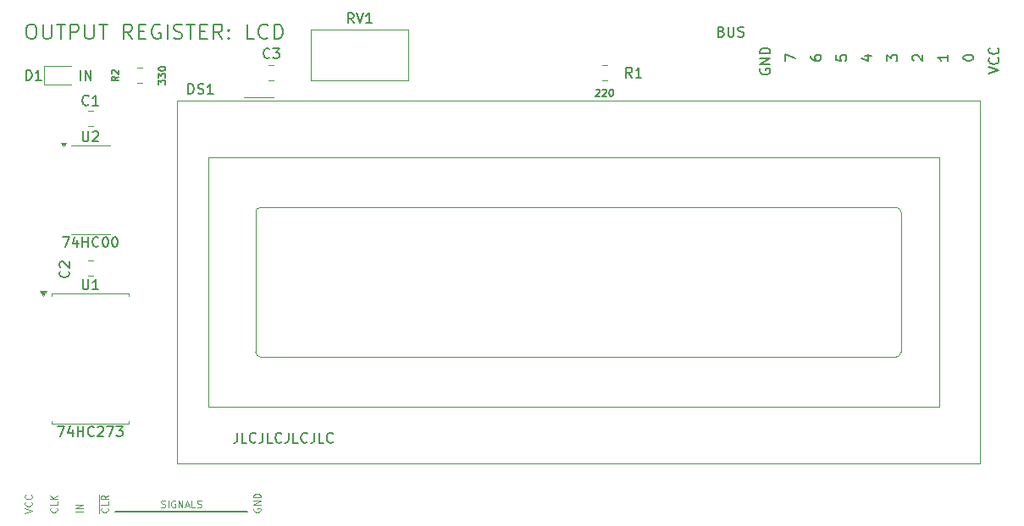
<source format=gbr>
%TF.GenerationSoftware,KiCad,Pcbnew,8.0.2*%
%TF.CreationDate,2025-01-05T21:37:03+01:00*%
%TF.ProjectId,lcd_display,6c63645f-6469-4737-906c-61792e6b6963,rev?*%
%TF.SameCoordinates,Original*%
%TF.FileFunction,Legend,Top*%
%TF.FilePolarity,Positive*%
%FSLAX46Y46*%
G04 Gerber Fmt 4.6, Leading zero omitted, Abs format (unit mm)*
G04 Created by KiCad (PCBNEW 8.0.2) date 2025-01-05 21:37:03*
%MOMM*%
%LPD*%
G01*
G04 APERTURE LIST*
%ADD10C,0.150000*%
%ADD11C,0.200000*%
%ADD12C,0.100000*%
%ADD13C,0.120000*%
G04 APERTURE END LIST*
D10*
X33974000Y-70866000D02*
X47182000Y-70866000D01*
X98500438Y-26514398D02*
X98452819Y-26609636D01*
X98452819Y-26609636D02*
X98452819Y-26752493D01*
X98452819Y-26752493D02*
X98500438Y-26895350D01*
X98500438Y-26895350D02*
X98595676Y-26990588D01*
X98595676Y-26990588D02*
X98690914Y-27038207D01*
X98690914Y-27038207D02*
X98881390Y-27085826D01*
X98881390Y-27085826D02*
X99024247Y-27085826D01*
X99024247Y-27085826D02*
X99214723Y-27038207D01*
X99214723Y-27038207D02*
X99309961Y-26990588D01*
X99309961Y-26990588D02*
X99405200Y-26895350D01*
X99405200Y-26895350D02*
X99452819Y-26752493D01*
X99452819Y-26752493D02*
X99452819Y-26657255D01*
X99452819Y-26657255D02*
X99405200Y-26514398D01*
X99405200Y-26514398D02*
X99357580Y-26466779D01*
X99357580Y-26466779D02*
X99024247Y-26466779D01*
X99024247Y-26466779D02*
X99024247Y-26657255D01*
X99452819Y-26038207D02*
X98452819Y-26038207D01*
X98452819Y-26038207D02*
X99452819Y-25466779D01*
X99452819Y-25466779D02*
X98452819Y-25466779D01*
X99452819Y-24990588D02*
X98452819Y-24990588D01*
X98452819Y-24990588D02*
X98452819Y-24752493D01*
X98452819Y-24752493D02*
X98500438Y-24609636D01*
X98500438Y-24609636D02*
X98595676Y-24514398D01*
X98595676Y-24514398D02*
X98690914Y-24466779D01*
X98690914Y-24466779D02*
X98881390Y-24419160D01*
X98881390Y-24419160D02*
X99024247Y-24419160D01*
X99024247Y-24419160D02*
X99214723Y-24466779D01*
X99214723Y-24466779D02*
X99309961Y-24514398D01*
X99309961Y-24514398D02*
X99405200Y-24609636D01*
X99405200Y-24609636D02*
X99452819Y-24752493D01*
X99452819Y-24752493D02*
X99452819Y-24990588D01*
D11*
X25477435Y-22043528D02*
X25763149Y-22043528D01*
X25763149Y-22043528D02*
X25906006Y-22114957D01*
X25906006Y-22114957D02*
X26048863Y-22257814D01*
X26048863Y-22257814D02*
X26120292Y-22543528D01*
X26120292Y-22543528D02*
X26120292Y-23043528D01*
X26120292Y-23043528D02*
X26048863Y-23329242D01*
X26048863Y-23329242D02*
X25906006Y-23472100D01*
X25906006Y-23472100D02*
X25763149Y-23543528D01*
X25763149Y-23543528D02*
X25477435Y-23543528D01*
X25477435Y-23543528D02*
X25334578Y-23472100D01*
X25334578Y-23472100D02*
X25191720Y-23329242D01*
X25191720Y-23329242D02*
X25120292Y-23043528D01*
X25120292Y-23043528D02*
X25120292Y-22543528D01*
X25120292Y-22543528D02*
X25191720Y-22257814D01*
X25191720Y-22257814D02*
X25334578Y-22114957D01*
X25334578Y-22114957D02*
X25477435Y-22043528D01*
X26763149Y-22043528D02*
X26763149Y-23257814D01*
X26763149Y-23257814D02*
X26834578Y-23400671D01*
X26834578Y-23400671D02*
X26906007Y-23472100D01*
X26906007Y-23472100D02*
X27048864Y-23543528D01*
X27048864Y-23543528D02*
X27334578Y-23543528D01*
X27334578Y-23543528D02*
X27477435Y-23472100D01*
X27477435Y-23472100D02*
X27548864Y-23400671D01*
X27548864Y-23400671D02*
X27620292Y-23257814D01*
X27620292Y-23257814D02*
X27620292Y-22043528D01*
X28120293Y-22043528D02*
X28977436Y-22043528D01*
X28548864Y-23543528D02*
X28548864Y-22043528D01*
X29477435Y-23543528D02*
X29477435Y-22043528D01*
X29477435Y-22043528D02*
X30048864Y-22043528D01*
X30048864Y-22043528D02*
X30191721Y-22114957D01*
X30191721Y-22114957D02*
X30263150Y-22186385D01*
X30263150Y-22186385D02*
X30334578Y-22329242D01*
X30334578Y-22329242D02*
X30334578Y-22543528D01*
X30334578Y-22543528D02*
X30263150Y-22686385D01*
X30263150Y-22686385D02*
X30191721Y-22757814D01*
X30191721Y-22757814D02*
X30048864Y-22829242D01*
X30048864Y-22829242D02*
X29477435Y-22829242D01*
X30977435Y-22043528D02*
X30977435Y-23257814D01*
X30977435Y-23257814D02*
X31048864Y-23400671D01*
X31048864Y-23400671D02*
X31120293Y-23472100D01*
X31120293Y-23472100D02*
X31263150Y-23543528D01*
X31263150Y-23543528D02*
X31548864Y-23543528D01*
X31548864Y-23543528D02*
X31691721Y-23472100D01*
X31691721Y-23472100D02*
X31763150Y-23400671D01*
X31763150Y-23400671D02*
X31834578Y-23257814D01*
X31834578Y-23257814D02*
X31834578Y-22043528D01*
X32334579Y-22043528D02*
X33191722Y-22043528D01*
X32763150Y-23543528D02*
X32763150Y-22043528D01*
X35691721Y-23543528D02*
X35191721Y-22829242D01*
X34834578Y-23543528D02*
X34834578Y-22043528D01*
X34834578Y-22043528D02*
X35406007Y-22043528D01*
X35406007Y-22043528D02*
X35548864Y-22114957D01*
X35548864Y-22114957D02*
X35620293Y-22186385D01*
X35620293Y-22186385D02*
X35691721Y-22329242D01*
X35691721Y-22329242D02*
X35691721Y-22543528D01*
X35691721Y-22543528D02*
X35620293Y-22686385D01*
X35620293Y-22686385D02*
X35548864Y-22757814D01*
X35548864Y-22757814D02*
X35406007Y-22829242D01*
X35406007Y-22829242D02*
X34834578Y-22829242D01*
X36334578Y-22757814D02*
X36834578Y-22757814D01*
X37048864Y-23543528D02*
X36334578Y-23543528D01*
X36334578Y-23543528D02*
X36334578Y-22043528D01*
X36334578Y-22043528D02*
X37048864Y-22043528D01*
X38477436Y-22114957D02*
X38334579Y-22043528D01*
X38334579Y-22043528D02*
X38120293Y-22043528D01*
X38120293Y-22043528D02*
X37906007Y-22114957D01*
X37906007Y-22114957D02*
X37763150Y-22257814D01*
X37763150Y-22257814D02*
X37691721Y-22400671D01*
X37691721Y-22400671D02*
X37620293Y-22686385D01*
X37620293Y-22686385D02*
X37620293Y-22900671D01*
X37620293Y-22900671D02*
X37691721Y-23186385D01*
X37691721Y-23186385D02*
X37763150Y-23329242D01*
X37763150Y-23329242D02*
X37906007Y-23472100D01*
X37906007Y-23472100D02*
X38120293Y-23543528D01*
X38120293Y-23543528D02*
X38263150Y-23543528D01*
X38263150Y-23543528D02*
X38477436Y-23472100D01*
X38477436Y-23472100D02*
X38548864Y-23400671D01*
X38548864Y-23400671D02*
X38548864Y-22900671D01*
X38548864Y-22900671D02*
X38263150Y-22900671D01*
X39191721Y-23543528D02*
X39191721Y-22043528D01*
X39834579Y-23472100D02*
X40048865Y-23543528D01*
X40048865Y-23543528D02*
X40406007Y-23543528D01*
X40406007Y-23543528D02*
X40548865Y-23472100D01*
X40548865Y-23472100D02*
X40620293Y-23400671D01*
X40620293Y-23400671D02*
X40691722Y-23257814D01*
X40691722Y-23257814D02*
X40691722Y-23114957D01*
X40691722Y-23114957D02*
X40620293Y-22972100D01*
X40620293Y-22972100D02*
X40548865Y-22900671D01*
X40548865Y-22900671D02*
X40406007Y-22829242D01*
X40406007Y-22829242D02*
X40120293Y-22757814D01*
X40120293Y-22757814D02*
X39977436Y-22686385D01*
X39977436Y-22686385D02*
X39906007Y-22614957D01*
X39906007Y-22614957D02*
X39834579Y-22472100D01*
X39834579Y-22472100D02*
X39834579Y-22329242D01*
X39834579Y-22329242D02*
X39906007Y-22186385D01*
X39906007Y-22186385D02*
X39977436Y-22114957D01*
X39977436Y-22114957D02*
X40120293Y-22043528D01*
X40120293Y-22043528D02*
X40477436Y-22043528D01*
X40477436Y-22043528D02*
X40691722Y-22114957D01*
X41120293Y-22043528D02*
X41977436Y-22043528D01*
X41548864Y-23543528D02*
X41548864Y-22043528D01*
X42477435Y-22757814D02*
X42977435Y-22757814D01*
X43191721Y-23543528D02*
X42477435Y-23543528D01*
X42477435Y-23543528D02*
X42477435Y-22043528D01*
X42477435Y-22043528D02*
X43191721Y-22043528D01*
X44691721Y-23543528D02*
X44191721Y-22829242D01*
X43834578Y-23543528D02*
X43834578Y-22043528D01*
X43834578Y-22043528D02*
X44406007Y-22043528D01*
X44406007Y-22043528D02*
X44548864Y-22114957D01*
X44548864Y-22114957D02*
X44620293Y-22186385D01*
X44620293Y-22186385D02*
X44691721Y-22329242D01*
X44691721Y-22329242D02*
X44691721Y-22543528D01*
X44691721Y-22543528D02*
X44620293Y-22686385D01*
X44620293Y-22686385D02*
X44548864Y-22757814D01*
X44548864Y-22757814D02*
X44406007Y-22829242D01*
X44406007Y-22829242D02*
X43834578Y-22829242D01*
X45334578Y-23400671D02*
X45406007Y-23472100D01*
X45406007Y-23472100D02*
X45334578Y-23543528D01*
X45334578Y-23543528D02*
X45263150Y-23472100D01*
X45263150Y-23472100D02*
X45334578Y-23400671D01*
X45334578Y-23400671D02*
X45334578Y-23543528D01*
X45334578Y-22614957D02*
X45406007Y-22686385D01*
X45406007Y-22686385D02*
X45334578Y-22757814D01*
X45334578Y-22757814D02*
X45263150Y-22686385D01*
X45263150Y-22686385D02*
X45334578Y-22614957D01*
X45334578Y-22614957D02*
X45334578Y-22757814D01*
X47906007Y-23543528D02*
X47191721Y-23543528D01*
X47191721Y-23543528D02*
X47191721Y-22043528D01*
X49263150Y-23400671D02*
X49191722Y-23472100D01*
X49191722Y-23472100D02*
X48977436Y-23543528D01*
X48977436Y-23543528D02*
X48834579Y-23543528D01*
X48834579Y-23543528D02*
X48620293Y-23472100D01*
X48620293Y-23472100D02*
X48477436Y-23329242D01*
X48477436Y-23329242D02*
X48406007Y-23186385D01*
X48406007Y-23186385D02*
X48334579Y-22900671D01*
X48334579Y-22900671D02*
X48334579Y-22686385D01*
X48334579Y-22686385D02*
X48406007Y-22400671D01*
X48406007Y-22400671D02*
X48477436Y-22257814D01*
X48477436Y-22257814D02*
X48620293Y-22114957D01*
X48620293Y-22114957D02*
X48834579Y-22043528D01*
X48834579Y-22043528D02*
X48977436Y-22043528D01*
X48977436Y-22043528D02*
X49191722Y-22114957D01*
X49191722Y-22114957D02*
X49263150Y-22186385D01*
X49906007Y-23543528D02*
X49906007Y-22043528D01*
X49906007Y-22043528D02*
X50263150Y-22043528D01*
X50263150Y-22043528D02*
X50477436Y-22114957D01*
X50477436Y-22114957D02*
X50620293Y-22257814D01*
X50620293Y-22257814D02*
X50691722Y-22400671D01*
X50691722Y-22400671D02*
X50763150Y-22686385D01*
X50763150Y-22686385D02*
X50763150Y-22900671D01*
X50763150Y-22900671D02*
X50691722Y-23186385D01*
X50691722Y-23186385D02*
X50620293Y-23329242D01*
X50620293Y-23329242D02*
X50477436Y-23472100D01*
X50477436Y-23472100D02*
X50263150Y-23543528D01*
X50263150Y-23543528D02*
X49906007Y-23543528D01*
D10*
X111152819Y-25733332D02*
X111152819Y-25114285D01*
X111152819Y-25114285D02*
X111533771Y-25447618D01*
X111533771Y-25447618D02*
X111533771Y-25304761D01*
X111533771Y-25304761D02*
X111581390Y-25209523D01*
X111581390Y-25209523D02*
X111629009Y-25161904D01*
X111629009Y-25161904D02*
X111724247Y-25114285D01*
X111724247Y-25114285D02*
X111962342Y-25114285D01*
X111962342Y-25114285D02*
X112057580Y-25161904D01*
X112057580Y-25161904D02*
X112105200Y-25209523D01*
X112105200Y-25209523D02*
X112152819Y-25304761D01*
X112152819Y-25304761D02*
X112152819Y-25590475D01*
X112152819Y-25590475D02*
X112105200Y-25685713D01*
X112105200Y-25685713D02*
X112057580Y-25733332D01*
D12*
X47849966Y-70520877D02*
X47816633Y-70587544D01*
X47816633Y-70587544D02*
X47816633Y-70687544D01*
X47816633Y-70687544D02*
X47849966Y-70787544D01*
X47849966Y-70787544D02*
X47916633Y-70854211D01*
X47916633Y-70854211D02*
X47983300Y-70887544D01*
X47983300Y-70887544D02*
X48116633Y-70920877D01*
X48116633Y-70920877D02*
X48216633Y-70920877D01*
X48216633Y-70920877D02*
X48349966Y-70887544D01*
X48349966Y-70887544D02*
X48416633Y-70854211D01*
X48416633Y-70854211D02*
X48483300Y-70787544D01*
X48483300Y-70787544D02*
X48516633Y-70687544D01*
X48516633Y-70687544D02*
X48516633Y-70620877D01*
X48516633Y-70620877D02*
X48483300Y-70520877D01*
X48483300Y-70520877D02*
X48449966Y-70487544D01*
X48449966Y-70487544D02*
X48216633Y-70487544D01*
X48216633Y-70487544D02*
X48216633Y-70620877D01*
X48516633Y-70187544D02*
X47816633Y-70187544D01*
X47816633Y-70187544D02*
X48516633Y-69787544D01*
X48516633Y-69787544D02*
X47816633Y-69787544D01*
X48516633Y-69454211D02*
X47816633Y-69454211D01*
X47816633Y-69454211D02*
X47816633Y-69287544D01*
X47816633Y-69287544D02*
X47849966Y-69187544D01*
X47849966Y-69187544D02*
X47916633Y-69120878D01*
X47916633Y-69120878D02*
X47983300Y-69087544D01*
X47983300Y-69087544D02*
X48116633Y-69054211D01*
X48116633Y-69054211D02*
X48216633Y-69054211D01*
X48216633Y-69054211D02*
X48349966Y-69087544D01*
X48349966Y-69087544D02*
X48416633Y-69120878D01*
X48416633Y-69120878D02*
X48483300Y-69187544D01*
X48483300Y-69187544D02*
X48516633Y-69287544D01*
X48516633Y-69287544D02*
X48516633Y-69454211D01*
D10*
X46180951Y-62954819D02*
X46180951Y-63669104D01*
X46180951Y-63669104D02*
X46133332Y-63811961D01*
X46133332Y-63811961D02*
X46038094Y-63907200D01*
X46038094Y-63907200D02*
X45895237Y-63954819D01*
X45895237Y-63954819D02*
X45799999Y-63954819D01*
X47133332Y-63954819D02*
X46657142Y-63954819D01*
X46657142Y-63954819D02*
X46657142Y-62954819D01*
X48038094Y-63859580D02*
X47990475Y-63907200D01*
X47990475Y-63907200D02*
X47847618Y-63954819D01*
X47847618Y-63954819D02*
X47752380Y-63954819D01*
X47752380Y-63954819D02*
X47609523Y-63907200D01*
X47609523Y-63907200D02*
X47514285Y-63811961D01*
X47514285Y-63811961D02*
X47466666Y-63716723D01*
X47466666Y-63716723D02*
X47419047Y-63526247D01*
X47419047Y-63526247D02*
X47419047Y-63383390D01*
X47419047Y-63383390D02*
X47466666Y-63192914D01*
X47466666Y-63192914D02*
X47514285Y-63097676D01*
X47514285Y-63097676D02*
X47609523Y-63002438D01*
X47609523Y-63002438D02*
X47752380Y-62954819D01*
X47752380Y-62954819D02*
X47847618Y-62954819D01*
X47847618Y-62954819D02*
X47990475Y-63002438D01*
X47990475Y-63002438D02*
X48038094Y-63050057D01*
X48752380Y-62954819D02*
X48752380Y-63669104D01*
X48752380Y-63669104D02*
X48704761Y-63811961D01*
X48704761Y-63811961D02*
X48609523Y-63907200D01*
X48609523Y-63907200D02*
X48466666Y-63954819D01*
X48466666Y-63954819D02*
X48371428Y-63954819D01*
X49704761Y-63954819D02*
X49228571Y-63954819D01*
X49228571Y-63954819D02*
X49228571Y-62954819D01*
X50609523Y-63859580D02*
X50561904Y-63907200D01*
X50561904Y-63907200D02*
X50419047Y-63954819D01*
X50419047Y-63954819D02*
X50323809Y-63954819D01*
X50323809Y-63954819D02*
X50180952Y-63907200D01*
X50180952Y-63907200D02*
X50085714Y-63811961D01*
X50085714Y-63811961D02*
X50038095Y-63716723D01*
X50038095Y-63716723D02*
X49990476Y-63526247D01*
X49990476Y-63526247D02*
X49990476Y-63383390D01*
X49990476Y-63383390D02*
X50038095Y-63192914D01*
X50038095Y-63192914D02*
X50085714Y-63097676D01*
X50085714Y-63097676D02*
X50180952Y-63002438D01*
X50180952Y-63002438D02*
X50323809Y-62954819D01*
X50323809Y-62954819D02*
X50419047Y-62954819D01*
X50419047Y-62954819D02*
X50561904Y-63002438D01*
X50561904Y-63002438D02*
X50609523Y-63050057D01*
X51323809Y-62954819D02*
X51323809Y-63669104D01*
X51323809Y-63669104D02*
X51276190Y-63811961D01*
X51276190Y-63811961D02*
X51180952Y-63907200D01*
X51180952Y-63907200D02*
X51038095Y-63954819D01*
X51038095Y-63954819D02*
X50942857Y-63954819D01*
X52276190Y-63954819D02*
X51800000Y-63954819D01*
X51800000Y-63954819D02*
X51800000Y-62954819D01*
X53180952Y-63859580D02*
X53133333Y-63907200D01*
X53133333Y-63907200D02*
X52990476Y-63954819D01*
X52990476Y-63954819D02*
X52895238Y-63954819D01*
X52895238Y-63954819D02*
X52752381Y-63907200D01*
X52752381Y-63907200D02*
X52657143Y-63811961D01*
X52657143Y-63811961D02*
X52609524Y-63716723D01*
X52609524Y-63716723D02*
X52561905Y-63526247D01*
X52561905Y-63526247D02*
X52561905Y-63383390D01*
X52561905Y-63383390D02*
X52609524Y-63192914D01*
X52609524Y-63192914D02*
X52657143Y-63097676D01*
X52657143Y-63097676D02*
X52752381Y-63002438D01*
X52752381Y-63002438D02*
X52895238Y-62954819D01*
X52895238Y-62954819D02*
X52990476Y-62954819D01*
X52990476Y-62954819D02*
X53133333Y-63002438D01*
X53133333Y-63002438D02*
X53180952Y-63050057D01*
X53895238Y-62954819D02*
X53895238Y-63669104D01*
X53895238Y-63669104D02*
X53847619Y-63811961D01*
X53847619Y-63811961D02*
X53752381Y-63907200D01*
X53752381Y-63907200D02*
X53609524Y-63954819D01*
X53609524Y-63954819D02*
X53514286Y-63954819D01*
X54847619Y-63954819D02*
X54371429Y-63954819D01*
X54371429Y-63954819D02*
X54371429Y-62954819D01*
X55752381Y-63859580D02*
X55704762Y-63907200D01*
X55704762Y-63907200D02*
X55561905Y-63954819D01*
X55561905Y-63954819D02*
X55466667Y-63954819D01*
X55466667Y-63954819D02*
X55323810Y-63907200D01*
X55323810Y-63907200D02*
X55228572Y-63811961D01*
X55228572Y-63811961D02*
X55180953Y-63716723D01*
X55180953Y-63716723D02*
X55133334Y-63526247D01*
X55133334Y-63526247D02*
X55133334Y-63383390D01*
X55133334Y-63383390D02*
X55180953Y-63192914D01*
X55180953Y-63192914D02*
X55228572Y-63097676D01*
X55228572Y-63097676D02*
X55323810Y-63002438D01*
X55323810Y-63002438D02*
X55466667Y-62954819D01*
X55466667Y-62954819D02*
X55561905Y-62954819D01*
X55561905Y-62954819D02*
X55704762Y-63002438D01*
X55704762Y-63002438D02*
X55752381Y-63050057D01*
X103532819Y-25209523D02*
X103532819Y-25399999D01*
X103532819Y-25399999D02*
X103580438Y-25495237D01*
X103580438Y-25495237D02*
X103628057Y-25542856D01*
X103628057Y-25542856D02*
X103770914Y-25638094D01*
X103770914Y-25638094D02*
X103961390Y-25685713D01*
X103961390Y-25685713D02*
X104342342Y-25685713D01*
X104342342Y-25685713D02*
X104437580Y-25638094D01*
X104437580Y-25638094D02*
X104485200Y-25590475D01*
X104485200Y-25590475D02*
X104532819Y-25495237D01*
X104532819Y-25495237D02*
X104532819Y-25304761D01*
X104532819Y-25304761D02*
X104485200Y-25209523D01*
X104485200Y-25209523D02*
X104437580Y-25161904D01*
X104437580Y-25161904D02*
X104342342Y-25114285D01*
X104342342Y-25114285D02*
X104104247Y-25114285D01*
X104104247Y-25114285D02*
X104009009Y-25161904D01*
X104009009Y-25161904D02*
X103961390Y-25209523D01*
X103961390Y-25209523D02*
X103913771Y-25304761D01*
X103913771Y-25304761D02*
X103913771Y-25495237D01*
X103913771Y-25495237D02*
X103961390Y-25590475D01*
X103961390Y-25590475D02*
X104009009Y-25638094D01*
X104009009Y-25638094D02*
X104104247Y-25685713D01*
X106072819Y-25161904D02*
X106072819Y-25638094D01*
X106072819Y-25638094D02*
X106549009Y-25685713D01*
X106549009Y-25685713D02*
X106501390Y-25638094D01*
X106501390Y-25638094D02*
X106453771Y-25542856D01*
X106453771Y-25542856D02*
X106453771Y-25304761D01*
X106453771Y-25304761D02*
X106501390Y-25209523D01*
X106501390Y-25209523D02*
X106549009Y-25161904D01*
X106549009Y-25161904D02*
X106644247Y-25114285D01*
X106644247Y-25114285D02*
X106882342Y-25114285D01*
X106882342Y-25114285D02*
X106977580Y-25161904D01*
X106977580Y-25161904D02*
X107025200Y-25209523D01*
X107025200Y-25209523D02*
X107072819Y-25304761D01*
X107072819Y-25304761D02*
X107072819Y-25542856D01*
X107072819Y-25542856D02*
X107025200Y-25638094D01*
X107025200Y-25638094D02*
X106977580Y-25685713D01*
X117232819Y-25114285D02*
X117232819Y-25685713D01*
X117232819Y-25399999D02*
X116232819Y-25399999D01*
X116232819Y-25399999D02*
X116375676Y-25495237D01*
X116375676Y-25495237D02*
X116470914Y-25590475D01*
X116470914Y-25590475D02*
X116518533Y-25685713D01*
D12*
X33209966Y-70487544D02*
X33243300Y-70520877D01*
X33243300Y-70520877D02*
X33276633Y-70620877D01*
X33276633Y-70620877D02*
X33276633Y-70687544D01*
X33276633Y-70687544D02*
X33243300Y-70787544D01*
X33243300Y-70787544D02*
X33176633Y-70854211D01*
X33176633Y-70854211D02*
X33109966Y-70887544D01*
X33109966Y-70887544D02*
X32976633Y-70920877D01*
X32976633Y-70920877D02*
X32876633Y-70920877D01*
X32876633Y-70920877D02*
X32743300Y-70887544D01*
X32743300Y-70887544D02*
X32676633Y-70854211D01*
X32676633Y-70854211D02*
X32609966Y-70787544D01*
X32609966Y-70787544D02*
X32576633Y-70687544D01*
X32576633Y-70687544D02*
X32576633Y-70620877D01*
X32576633Y-70620877D02*
X32609966Y-70520877D01*
X32609966Y-70520877D02*
X32643300Y-70487544D01*
X33276633Y-69854211D02*
X33276633Y-70187544D01*
X33276633Y-70187544D02*
X32576633Y-70187544D01*
X33276633Y-69220877D02*
X32943300Y-69454210D01*
X33276633Y-69620877D02*
X32576633Y-69620877D01*
X32576633Y-69620877D02*
X32576633Y-69354210D01*
X32576633Y-69354210D02*
X32609966Y-69287544D01*
X32609966Y-69287544D02*
X32643300Y-69254210D01*
X32643300Y-69254210D02*
X32709966Y-69220877D01*
X32709966Y-69220877D02*
X32809966Y-69220877D01*
X32809966Y-69220877D02*
X32876633Y-69254210D01*
X32876633Y-69254210D02*
X32909966Y-69287544D01*
X32909966Y-69287544D02*
X32943300Y-69354210D01*
X32943300Y-69354210D02*
X32943300Y-69620877D01*
X32382300Y-70984211D02*
X32382300Y-69157544D01*
D10*
X108946152Y-25209523D02*
X109612819Y-25209523D01*
X108565200Y-25447618D02*
X109279485Y-25685713D01*
X109279485Y-25685713D02*
X109279485Y-25066666D01*
D12*
X24956633Y-70987544D02*
X25656633Y-70754211D01*
X25656633Y-70754211D02*
X24956633Y-70520877D01*
X25589966Y-69887544D02*
X25623300Y-69920877D01*
X25623300Y-69920877D02*
X25656633Y-70020877D01*
X25656633Y-70020877D02*
X25656633Y-70087544D01*
X25656633Y-70087544D02*
X25623300Y-70187544D01*
X25623300Y-70187544D02*
X25556633Y-70254211D01*
X25556633Y-70254211D02*
X25489966Y-70287544D01*
X25489966Y-70287544D02*
X25356633Y-70320877D01*
X25356633Y-70320877D02*
X25256633Y-70320877D01*
X25256633Y-70320877D02*
X25123300Y-70287544D01*
X25123300Y-70287544D02*
X25056633Y-70254211D01*
X25056633Y-70254211D02*
X24989966Y-70187544D01*
X24989966Y-70187544D02*
X24956633Y-70087544D01*
X24956633Y-70087544D02*
X24956633Y-70020877D01*
X24956633Y-70020877D02*
X24989966Y-69920877D01*
X24989966Y-69920877D02*
X25023300Y-69887544D01*
X25589966Y-69187544D02*
X25623300Y-69220877D01*
X25623300Y-69220877D02*
X25656633Y-69320877D01*
X25656633Y-69320877D02*
X25656633Y-69387544D01*
X25656633Y-69387544D02*
X25623300Y-69487544D01*
X25623300Y-69487544D02*
X25556633Y-69554211D01*
X25556633Y-69554211D02*
X25489966Y-69587544D01*
X25489966Y-69587544D02*
X25356633Y-69620877D01*
X25356633Y-69620877D02*
X25256633Y-69620877D01*
X25256633Y-69620877D02*
X25123300Y-69587544D01*
X25123300Y-69587544D02*
X25056633Y-69554211D01*
X25056633Y-69554211D02*
X24989966Y-69487544D01*
X24989966Y-69487544D02*
X24956633Y-69387544D01*
X24956633Y-69387544D02*
X24956633Y-69320877D01*
X24956633Y-69320877D02*
X24989966Y-69220877D01*
X24989966Y-69220877D02*
X25023300Y-69187544D01*
D10*
X121312819Y-26990588D02*
X122312819Y-26657255D01*
X122312819Y-26657255D02*
X121312819Y-26323922D01*
X122217580Y-25419160D02*
X122265200Y-25466779D01*
X122265200Y-25466779D02*
X122312819Y-25609636D01*
X122312819Y-25609636D02*
X122312819Y-25704874D01*
X122312819Y-25704874D02*
X122265200Y-25847731D01*
X122265200Y-25847731D02*
X122169961Y-25942969D01*
X122169961Y-25942969D02*
X122074723Y-25990588D01*
X122074723Y-25990588D02*
X121884247Y-26038207D01*
X121884247Y-26038207D02*
X121741390Y-26038207D01*
X121741390Y-26038207D02*
X121550914Y-25990588D01*
X121550914Y-25990588D02*
X121455676Y-25942969D01*
X121455676Y-25942969D02*
X121360438Y-25847731D01*
X121360438Y-25847731D02*
X121312819Y-25704874D01*
X121312819Y-25704874D02*
X121312819Y-25609636D01*
X121312819Y-25609636D02*
X121360438Y-25466779D01*
X121360438Y-25466779D02*
X121408057Y-25419160D01*
X122217580Y-24419160D02*
X122265200Y-24466779D01*
X122265200Y-24466779D02*
X122312819Y-24609636D01*
X122312819Y-24609636D02*
X122312819Y-24704874D01*
X122312819Y-24704874D02*
X122265200Y-24847731D01*
X122265200Y-24847731D02*
X122169961Y-24942969D01*
X122169961Y-24942969D02*
X122074723Y-24990588D01*
X122074723Y-24990588D02*
X121884247Y-25038207D01*
X121884247Y-25038207D02*
X121741390Y-25038207D01*
X121741390Y-25038207D02*
X121550914Y-24990588D01*
X121550914Y-24990588D02*
X121455676Y-24942969D01*
X121455676Y-24942969D02*
X121360438Y-24847731D01*
X121360438Y-24847731D02*
X121312819Y-24704874D01*
X121312819Y-24704874D02*
X121312819Y-24609636D01*
X121312819Y-24609636D02*
X121360438Y-24466779D01*
X121360438Y-24466779D02*
X121408057Y-24419160D01*
X100992819Y-25733332D02*
X100992819Y-25066666D01*
X100992819Y-25066666D02*
X101992819Y-25495237D01*
D12*
X30736633Y-70887544D02*
X30036633Y-70887544D01*
X30736633Y-70554211D02*
X30036633Y-70554211D01*
X30036633Y-70554211D02*
X30736633Y-70154211D01*
X30736633Y-70154211D02*
X30036633Y-70154211D01*
D10*
X118772819Y-25447618D02*
X118772819Y-25352380D01*
X118772819Y-25352380D02*
X118820438Y-25257142D01*
X118820438Y-25257142D02*
X118868057Y-25209523D01*
X118868057Y-25209523D02*
X118963295Y-25161904D01*
X118963295Y-25161904D02*
X119153771Y-25114285D01*
X119153771Y-25114285D02*
X119391866Y-25114285D01*
X119391866Y-25114285D02*
X119582342Y-25161904D01*
X119582342Y-25161904D02*
X119677580Y-25209523D01*
X119677580Y-25209523D02*
X119725200Y-25257142D01*
X119725200Y-25257142D02*
X119772819Y-25352380D01*
X119772819Y-25352380D02*
X119772819Y-25447618D01*
X119772819Y-25447618D02*
X119725200Y-25542856D01*
X119725200Y-25542856D02*
X119677580Y-25590475D01*
X119677580Y-25590475D02*
X119582342Y-25638094D01*
X119582342Y-25638094D02*
X119391866Y-25685713D01*
X119391866Y-25685713D02*
X119153771Y-25685713D01*
X119153771Y-25685713D02*
X118963295Y-25638094D01*
X118963295Y-25638094D02*
X118868057Y-25590475D01*
X118868057Y-25590475D02*
X118820438Y-25542856D01*
X118820438Y-25542856D02*
X118772819Y-25447618D01*
X113788057Y-25685713D02*
X113740438Y-25638094D01*
X113740438Y-25638094D02*
X113692819Y-25542856D01*
X113692819Y-25542856D02*
X113692819Y-25304761D01*
X113692819Y-25304761D02*
X113740438Y-25209523D01*
X113740438Y-25209523D02*
X113788057Y-25161904D01*
X113788057Y-25161904D02*
X113883295Y-25114285D01*
X113883295Y-25114285D02*
X113978533Y-25114285D01*
X113978533Y-25114285D02*
X114121390Y-25161904D01*
X114121390Y-25161904D02*
X114692819Y-25733332D01*
X114692819Y-25733332D02*
X114692819Y-25114285D01*
D12*
X28129966Y-70487544D02*
X28163300Y-70520877D01*
X28163300Y-70520877D02*
X28196633Y-70620877D01*
X28196633Y-70620877D02*
X28196633Y-70687544D01*
X28196633Y-70687544D02*
X28163300Y-70787544D01*
X28163300Y-70787544D02*
X28096633Y-70854211D01*
X28096633Y-70854211D02*
X28029966Y-70887544D01*
X28029966Y-70887544D02*
X27896633Y-70920877D01*
X27896633Y-70920877D02*
X27796633Y-70920877D01*
X27796633Y-70920877D02*
X27663300Y-70887544D01*
X27663300Y-70887544D02*
X27596633Y-70854211D01*
X27596633Y-70854211D02*
X27529966Y-70787544D01*
X27529966Y-70787544D02*
X27496633Y-70687544D01*
X27496633Y-70687544D02*
X27496633Y-70620877D01*
X27496633Y-70620877D02*
X27529966Y-70520877D01*
X27529966Y-70520877D02*
X27563300Y-70487544D01*
X28196633Y-69854211D02*
X28196633Y-70187544D01*
X28196633Y-70187544D02*
X27496633Y-70187544D01*
X28196633Y-69620877D02*
X27496633Y-69620877D01*
X28196633Y-69220877D02*
X27796633Y-69520877D01*
X27496633Y-69220877D02*
X27896633Y-69620877D01*
X38578000Y-70389300D02*
X38678000Y-70422633D01*
X38678000Y-70422633D02*
X38844667Y-70422633D01*
X38844667Y-70422633D02*
X38911333Y-70389300D01*
X38911333Y-70389300D02*
X38944667Y-70355966D01*
X38944667Y-70355966D02*
X38978000Y-70289300D01*
X38978000Y-70289300D02*
X38978000Y-70222633D01*
X38978000Y-70222633D02*
X38944667Y-70155966D01*
X38944667Y-70155966D02*
X38911333Y-70122633D01*
X38911333Y-70122633D02*
X38844667Y-70089300D01*
X38844667Y-70089300D02*
X38711333Y-70055966D01*
X38711333Y-70055966D02*
X38644667Y-70022633D01*
X38644667Y-70022633D02*
X38611333Y-69989300D01*
X38611333Y-69989300D02*
X38578000Y-69922633D01*
X38578000Y-69922633D02*
X38578000Y-69855966D01*
X38578000Y-69855966D02*
X38611333Y-69789300D01*
X38611333Y-69789300D02*
X38644667Y-69755966D01*
X38644667Y-69755966D02*
X38711333Y-69722633D01*
X38711333Y-69722633D02*
X38878000Y-69722633D01*
X38878000Y-69722633D02*
X38978000Y-69755966D01*
X39278000Y-70422633D02*
X39278000Y-69722633D01*
X39978000Y-69755966D02*
X39911333Y-69722633D01*
X39911333Y-69722633D02*
X39811333Y-69722633D01*
X39811333Y-69722633D02*
X39711333Y-69755966D01*
X39711333Y-69755966D02*
X39644667Y-69822633D01*
X39644667Y-69822633D02*
X39611333Y-69889300D01*
X39611333Y-69889300D02*
X39578000Y-70022633D01*
X39578000Y-70022633D02*
X39578000Y-70122633D01*
X39578000Y-70122633D02*
X39611333Y-70255966D01*
X39611333Y-70255966D02*
X39644667Y-70322633D01*
X39644667Y-70322633D02*
X39711333Y-70389300D01*
X39711333Y-70389300D02*
X39811333Y-70422633D01*
X39811333Y-70422633D02*
X39878000Y-70422633D01*
X39878000Y-70422633D02*
X39978000Y-70389300D01*
X39978000Y-70389300D02*
X40011333Y-70355966D01*
X40011333Y-70355966D02*
X40011333Y-70122633D01*
X40011333Y-70122633D02*
X39878000Y-70122633D01*
X40311333Y-70422633D02*
X40311333Y-69722633D01*
X40311333Y-69722633D02*
X40711333Y-70422633D01*
X40711333Y-70422633D02*
X40711333Y-69722633D01*
X41011333Y-70222633D02*
X41344666Y-70222633D01*
X40944666Y-70422633D02*
X41178000Y-69722633D01*
X41178000Y-69722633D02*
X41411333Y-70422633D01*
X41978000Y-70422633D02*
X41644666Y-70422633D01*
X41644666Y-70422633D02*
X41644666Y-69722633D01*
X42178000Y-70389300D02*
X42278000Y-70422633D01*
X42278000Y-70422633D02*
X42444667Y-70422633D01*
X42444667Y-70422633D02*
X42511333Y-70389300D01*
X42511333Y-70389300D02*
X42544667Y-70355966D01*
X42544667Y-70355966D02*
X42578000Y-70289300D01*
X42578000Y-70289300D02*
X42578000Y-70222633D01*
X42578000Y-70222633D02*
X42544667Y-70155966D01*
X42544667Y-70155966D02*
X42511333Y-70122633D01*
X42511333Y-70122633D02*
X42444667Y-70089300D01*
X42444667Y-70089300D02*
X42311333Y-70055966D01*
X42311333Y-70055966D02*
X42244667Y-70022633D01*
X42244667Y-70022633D02*
X42211333Y-69989300D01*
X42211333Y-69989300D02*
X42178000Y-69922633D01*
X42178000Y-69922633D02*
X42178000Y-69855966D01*
X42178000Y-69855966D02*
X42211333Y-69789300D01*
X42211333Y-69789300D02*
X42244667Y-69755966D01*
X42244667Y-69755966D02*
X42311333Y-69722633D01*
X42311333Y-69722633D02*
X42478000Y-69722633D01*
X42478000Y-69722633D02*
X42578000Y-69755966D01*
D10*
X85638333Y-27378819D02*
X85305000Y-26902628D01*
X85066905Y-27378819D02*
X85066905Y-26378819D01*
X85066905Y-26378819D02*
X85447857Y-26378819D01*
X85447857Y-26378819D02*
X85543095Y-26426438D01*
X85543095Y-26426438D02*
X85590714Y-26474057D01*
X85590714Y-26474057D02*
X85638333Y-26569295D01*
X85638333Y-26569295D02*
X85638333Y-26712152D01*
X85638333Y-26712152D02*
X85590714Y-26807390D01*
X85590714Y-26807390D02*
X85543095Y-26855009D01*
X85543095Y-26855009D02*
X85447857Y-26902628D01*
X85447857Y-26902628D02*
X85066905Y-26902628D01*
X86590714Y-27378819D02*
X86019286Y-27378819D01*
X86305000Y-27378819D02*
X86305000Y-26378819D01*
X86305000Y-26378819D02*
X86209762Y-26521676D01*
X86209762Y-26521676D02*
X86114524Y-26616914D01*
X86114524Y-26616914D02*
X86019286Y-26664533D01*
X82040833Y-28638700D02*
X82074166Y-28605366D01*
X82074166Y-28605366D02*
X82140833Y-28572033D01*
X82140833Y-28572033D02*
X82307500Y-28572033D01*
X82307500Y-28572033D02*
X82374166Y-28605366D01*
X82374166Y-28605366D02*
X82407500Y-28638700D01*
X82407500Y-28638700D02*
X82440833Y-28705366D01*
X82440833Y-28705366D02*
X82440833Y-28772033D01*
X82440833Y-28772033D02*
X82407500Y-28872033D01*
X82407500Y-28872033D02*
X82007500Y-29272033D01*
X82007500Y-29272033D02*
X82440833Y-29272033D01*
X82707500Y-28638700D02*
X82740833Y-28605366D01*
X82740833Y-28605366D02*
X82807500Y-28572033D01*
X82807500Y-28572033D02*
X82974167Y-28572033D01*
X82974167Y-28572033D02*
X83040833Y-28605366D01*
X83040833Y-28605366D02*
X83074167Y-28638700D01*
X83074167Y-28638700D02*
X83107500Y-28705366D01*
X83107500Y-28705366D02*
X83107500Y-28772033D01*
X83107500Y-28772033D02*
X83074167Y-28872033D01*
X83074167Y-28872033D02*
X82674167Y-29272033D01*
X82674167Y-29272033D02*
X83107500Y-29272033D01*
X83540834Y-28572033D02*
X83607500Y-28572033D01*
X83607500Y-28572033D02*
X83674167Y-28605366D01*
X83674167Y-28605366D02*
X83707500Y-28638700D01*
X83707500Y-28638700D02*
X83740834Y-28705366D01*
X83740834Y-28705366D02*
X83774167Y-28838700D01*
X83774167Y-28838700D02*
X83774167Y-29005366D01*
X83774167Y-29005366D02*
X83740834Y-29138700D01*
X83740834Y-29138700D02*
X83707500Y-29205366D01*
X83707500Y-29205366D02*
X83674167Y-29238700D01*
X83674167Y-29238700D02*
X83607500Y-29272033D01*
X83607500Y-29272033D02*
X83540834Y-29272033D01*
X83540834Y-29272033D02*
X83474167Y-29238700D01*
X83474167Y-29238700D02*
X83440834Y-29205366D01*
X83440834Y-29205366D02*
X83407500Y-29138700D01*
X83407500Y-29138700D02*
X83374167Y-29005366D01*
X83374167Y-29005366D02*
X83374167Y-28838700D01*
X83374167Y-28838700D02*
X83407500Y-28705366D01*
X83407500Y-28705366D02*
X83440834Y-28638700D01*
X83440834Y-28638700D02*
X83474167Y-28605366D01*
X83474167Y-28605366D02*
X83540834Y-28572033D01*
X57824761Y-21940819D02*
X57491428Y-21464628D01*
X57253333Y-21940819D02*
X57253333Y-20940819D01*
X57253333Y-20940819D02*
X57634285Y-20940819D01*
X57634285Y-20940819D02*
X57729523Y-20988438D01*
X57729523Y-20988438D02*
X57777142Y-21036057D01*
X57777142Y-21036057D02*
X57824761Y-21131295D01*
X57824761Y-21131295D02*
X57824761Y-21274152D01*
X57824761Y-21274152D02*
X57777142Y-21369390D01*
X57777142Y-21369390D02*
X57729523Y-21417009D01*
X57729523Y-21417009D02*
X57634285Y-21464628D01*
X57634285Y-21464628D02*
X57253333Y-21464628D01*
X58110476Y-20940819D02*
X58443809Y-21940819D01*
X58443809Y-21940819D02*
X58777142Y-20940819D01*
X59634285Y-21940819D02*
X59062857Y-21940819D01*
X59348571Y-21940819D02*
X59348571Y-20940819D01*
X59348571Y-20940819D02*
X59253333Y-21083676D01*
X59253333Y-21083676D02*
X59158095Y-21178914D01*
X59158095Y-21178914D02*
X59062857Y-21226533D01*
X30734095Y-32782819D02*
X30734095Y-33592342D01*
X30734095Y-33592342D02*
X30781714Y-33687580D01*
X30781714Y-33687580D02*
X30829333Y-33735200D01*
X30829333Y-33735200D02*
X30924571Y-33782819D01*
X30924571Y-33782819D02*
X31115047Y-33782819D01*
X31115047Y-33782819D02*
X31210285Y-33735200D01*
X31210285Y-33735200D02*
X31257904Y-33687580D01*
X31257904Y-33687580D02*
X31305523Y-33592342D01*
X31305523Y-33592342D02*
X31305523Y-32782819D01*
X31734095Y-32878057D02*
X31781714Y-32830438D01*
X31781714Y-32830438D02*
X31876952Y-32782819D01*
X31876952Y-32782819D02*
X32115047Y-32782819D01*
X32115047Y-32782819D02*
X32210285Y-32830438D01*
X32210285Y-32830438D02*
X32257904Y-32878057D01*
X32257904Y-32878057D02*
X32305523Y-32973295D01*
X32305523Y-32973295D02*
X32305523Y-33068533D01*
X32305523Y-33068533D02*
X32257904Y-33211390D01*
X32257904Y-33211390D02*
X31686476Y-33782819D01*
X31686476Y-33782819D02*
X32305523Y-33782819D01*
X28710286Y-43342819D02*
X29376952Y-43342819D01*
X29376952Y-43342819D02*
X28948381Y-44342819D01*
X30186476Y-43676152D02*
X30186476Y-44342819D01*
X29948381Y-43295200D02*
X29710286Y-44009485D01*
X29710286Y-44009485D02*
X30329333Y-44009485D01*
X30710286Y-44342819D02*
X30710286Y-43342819D01*
X30710286Y-43819009D02*
X31281714Y-43819009D01*
X31281714Y-44342819D02*
X31281714Y-43342819D01*
X32329333Y-44247580D02*
X32281714Y-44295200D01*
X32281714Y-44295200D02*
X32138857Y-44342819D01*
X32138857Y-44342819D02*
X32043619Y-44342819D01*
X32043619Y-44342819D02*
X31900762Y-44295200D01*
X31900762Y-44295200D02*
X31805524Y-44199961D01*
X31805524Y-44199961D02*
X31757905Y-44104723D01*
X31757905Y-44104723D02*
X31710286Y-43914247D01*
X31710286Y-43914247D02*
X31710286Y-43771390D01*
X31710286Y-43771390D02*
X31757905Y-43580914D01*
X31757905Y-43580914D02*
X31805524Y-43485676D01*
X31805524Y-43485676D02*
X31900762Y-43390438D01*
X31900762Y-43390438D02*
X32043619Y-43342819D01*
X32043619Y-43342819D02*
X32138857Y-43342819D01*
X32138857Y-43342819D02*
X32281714Y-43390438D01*
X32281714Y-43390438D02*
X32329333Y-43438057D01*
X32948381Y-43342819D02*
X33043619Y-43342819D01*
X33043619Y-43342819D02*
X33138857Y-43390438D01*
X33138857Y-43390438D02*
X33186476Y-43438057D01*
X33186476Y-43438057D02*
X33234095Y-43533295D01*
X33234095Y-43533295D02*
X33281714Y-43723771D01*
X33281714Y-43723771D02*
X33281714Y-43961866D01*
X33281714Y-43961866D02*
X33234095Y-44152342D01*
X33234095Y-44152342D02*
X33186476Y-44247580D01*
X33186476Y-44247580D02*
X33138857Y-44295200D01*
X33138857Y-44295200D02*
X33043619Y-44342819D01*
X33043619Y-44342819D02*
X32948381Y-44342819D01*
X32948381Y-44342819D02*
X32853143Y-44295200D01*
X32853143Y-44295200D02*
X32805524Y-44247580D01*
X32805524Y-44247580D02*
X32757905Y-44152342D01*
X32757905Y-44152342D02*
X32710286Y-43961866D01*
X32710286Y-43961866D02*
X32710286Y-43723771D01*
X32710286Y-43723771D02*
X32757905Y-43533295D01*
X32757905Y-43533295D02*
X32805524Y-43438057D01*
X32805524Y-43438057D02*
X32853143Y-43390438D01*
X32853143Y-43390438D02*
X32948381Y-43342819D01*
X33900762Y-43342819D02*
X33996000Y-43342819D01*
X33996000Y-43342819D02*
X34091238Y-43390438D01*
X34091238Y-43390438D02*
X34138857Y-43438057D01*
X34138857Y-43438057D02*
X34186476Y-43533295D01*
X34186476Y-43533295D02*
X34234095Y-43723771D01*
X34234095Y-43723771D02*
X34234095Y-43961866D01*
X34234095Y-43961866D02*
X34186476Y-44152342D01*
X34186476Y-44152342D02*
X34138857Y-44247580D01*
X34138857Y-44247580D02*
X34091238Y-44295200D01*
X34091238Y-44295200D02*
X33996000Y-44342819D01*
X33996000Y-44342819D02*
X33900762Y-44342819D01*
X33900762Y-44342819D02*
X33805524Y-44295200D01*
X33805524Y-44295200D02*
X33757905Y-44247580D01*
X33757905Y-44247580D02*
X33710286Y-44152342D01*
X33710286Y-44152342D02*
X33662667Y-43961866D01*
X33662667Y-43961866D02*
X33662667Y-43723771D01*
X33662667Y-43723771D02*
X33710286Y-43533295D01*
X33710286Y-43533295D02*
X33757905Y-43438057D01*
X33757905Y-43438057D02*
X33805524Y-43390438D01*
X33805524Y-43390438D02*
X33900762Y-43342819D01*
X30734095Y-47603819D02*
X30734095Y-48413342D01*
X30734095Y-48413342D02*
X30781714Y-48508580D01*
X30781714Y-48508580D02*
X30829333Y-48556200D01*
X30829333Y-48556200D02*
X30924571Y-48603819D01*
X30924571Y-48603819D02*
X31115047Y-48603819D01*
X31115047Y-48603819D02*
X31210285Y-48556200D01*
X31210285Y-48556200D02*
X31257904Y-48508580D01*
X31257904Y-48508580D02*
X31305523Y-48413342D01*
X31305523Y-48413342D02*
X31305523Y-47603819D01*
X32305523Y-48603819D02*
X31734095Y-48603819D01*
X32019809Y-48603819D02*
X32019809Y-47603819D01*
X32019809Y-47603819D02*
X31924571Y-47746676D01*
X31924571Y-47746676D02*
X31829333Y-47841914D01*
X31829333Y-47841914D02*
X31734095Y-47889533D01*
X28234095Y-62303819D02*
X28900761Y-62303819D01*
X28900761Y-62303819D02*
X28472190Y-63303819D01*
X29710285Y-62637152D02*
X29710285Y-63303819D01*
X29472190Y-62256200D02*
X29234095Y-62970485D01*
X29234095Y-62970485D02*
X29853142Y-62970485D01*
X30234095Y-63303819D02*
X30234095Y-62303819D01*
X30234095Y-62780009D02*
X30805523Y-62780009D01*
X30805523Y-63303819D02*
X30805523Y-62303819D01*
X31853142Y-63208580D02*
X31805523Y-63256200D01*
X31805523Y-63256200D02*
X31662666Y-63303819D01*
X31662666Y-63303819D02*
X31567428Y-63303819D01*
X31567428Y-63303819D02*
X31424571Y-63256200D01*
X31424571Y-63256200D02*
X31329333Y-63160961D01*
X31329333Y-63160961D02*
X31281714Y-63065723D01*
X31281714Y-63065723D02*
X31234095Y-62875247D01*
X31234095Y-62875247D02*
X31234095Y-62732390D01*
X31234095Y-62732390D02*
X31281714Y-62541914D01*
X31281714Y-62541914D02*
X31329333Y-62446676D01*
X31329333Y-62446676D02*
X31424571Y-62351438D01*
X31424571Y-62351438D02*
X31567428Y-62303819D01*
X31567428Y-62303819D02*
X31662666Y-62303819D01*
X31662666Y-62303819D02*
X31805523Y-62351438D01*
X31805523Y-62351438D02*
X31853142Y-62399057D01*
X32234095Y-62399057D02*
X32281714Y-62351438D01*
X32281714Y-62351438D02*
X32376952Y-62303819D01*
X32376952Y-62303819D02*
X32615047Y-62303819D01*
X32615047Y-62303819D02*
X32710285Y-62351438D01*
X32710285Y-62351438D02*
X32757904Y-62399057D01*
X32757904Y-62399057D02*
X32805523Y-62494295D01*
X32805523Y-62494295D02*
X32805523Y-62589533D01*
X32805523Y-62589533D02*
X32757904Y-62732390D01*
X32757904Y-62732390D02*
X32186476Y-63303819D01*
X32186476Y-63303819D02*
X32805523Y-63303819D01*
X33138857Y-62303819D02*
X33805523Y-62303819D01*
X33805523Y-62303819D02*
X33376952Y-63303819D01*
X34091238Y-62303819D02*
X34710285Y-62303819D01*
X34710285Y-62303819D02*
X34376952Y-62684771D01*
X34376952Y-62684771D02*
X34519809Y-62684771D01*
X34519809Y-62684771D02*
X34615047Y-62732390D01*
X34615047Y-62732390D02*
X34662666Y-62780009D01*
X34662666Y-62780009D02*
X34710285Y-62875247D01*
X34710285Y-62875247D02*
X34710285Y-63113342D01*
X34710285Y-63113342D02*
X34662666Y-63208580D01*
X34662666Y-63208580D02*
X34615047Y-63256200D01*
X34615047Y-63256200D02*
X34519809Y-63303819D01*
X34519809Y-63303819D02*
X34234095Y-63303819D01*
X34234095Y-63303819D02*
X34138857Y-63256200D01*
X34138857Y-63256200D02*
X34091238Y-63208580D01*
X41290714Y-29029819D02*
X41290714Y-28029819D01*
X41290714Y-28029819D02*
X41528809Y-28029819D01*
X41528809Y-28029819D02*
X41671666Y-28077438D01*
X41671666Y-28077438D02*
X41766904Y-28172676D01*
X41766904Y-28172676D02*
X41814523Y-28267914D01*
X41814523Y-28267914D02*
X41862142Y-28458390D01*
X41862142Y-28458390D02*
X41862142Y-28601247D01*
X41862142Y-28601247D02*
X41814523Y-28791723D01*
X41814523Y-28791723D02*
X41766904Y-28886961D01*
X41766904Y-28886961D02*
X41671666Y-28982200D01*
X41671666Y-28982200D02*
X41528809Y-29029819D01*
X41528809Y-29029819D02*
X41290714Y-29029819D01*
X42243095Y-28982200D02*
X42385952Y-29029819D01*
X42385952Y-29029819D02*
X42624047Y-29029819D01*
X42624047Y-29029819D02*
X42719285Y-28982200D01*
X42719285Y-28982200D02*
X42766904Y-28934580D01*
X42766904Y-28934580D02*
X42814523Y-28839342D01*
X42814523Y-28839342D02*
X42814523Y-28744104D01*
X42814523Y-28744104D02*
X42766904Y-28648866D01*
X42766904Y-28648866D02*
X42719285Y-28601247D01*
X42719285Y-28601247D02*
X42624047Y-28553628D01*
X42624047Y-28553628D02*
X42433571Y-28506009D01*
X42433571Y-28506009D02*
X42338333Y-28458390D01*
X42338333Y-28458390D02*
X42290714Y-28410771D01*
X42290714Y-28410771D02*
X42243095Y-28315533D01*
X42243095Y-28315533D02*
X42243095Y-28220295D01*
X42243095Y-28220295D02*
X42290714Y-28125057D01*
X42290714Y-28125057D02*
X42338333Y-28077438D01*
X42338333Y-28077438D02*
X42433571Y-28029819D01*
X42433571Y-28029819D02*
X42671666Y-28029819D01*
X42671666Y-28029819D02*
X42814523Y-28077438D01*
X43766904Y-29029819D02*
X43195476Y-29029819D01*
X43481190Y-29029819D02*
X43481190Y-28029819D01*
X43481190Y-28029819D02*
X43385952Y-28172676D01*
X43385952Y-28172676D02*
X43290714Y-28267914D01*
X43290714Y-28267914D02*
X43195476Y-28315533D01*
X29315580Y-46775666D02*
X29363200Y-46823285D01*
X29363200Y-46823285D02*
X29410819Y-46966142D01*
X29410819Y-46966142D02*
X29410819Y-47061380D01*
X29410819Y-47061380D02*
X29363200Y-47204237D01*
X29363200Y-47204237D02*
X29267961Y-47299475D01*
X29267961Y-47299475D02*
X29172723Y-47347094D01*
X29172723Y-47347094D02*
X28982247Y-47394713D01*
X28982247Y-47394713D02*
X28839390Y-47394713D01*
X28839390Y-47394713D02*
X28648914Y-47347094D01*
X28648914Y-47347094D02*
X28553676Y-47299475D01*
X28553676Y-47299475D02*
X28458438Y-47204237D01*
X28458438Y-47204237D02*
X28410819Y-47061380D01*
X28410819Y-47061380D02*
X28410819Y-46966142D01*
X28410819Y-46966142D02*
X28458438Y-46823285D01*
X28458438Y-46823285D02*
X28506057Y-46775666D01*
X28506057Y-46394713D02*
X28458438Y-46347094D01*
X28458438Y-46347094D02*
X28410819Y-46251856D01*
X28410819Y-46251856D02*
X28410819Y-46013761D01*
X28410819Y-46013761D02*
X28458438Y-45918523D01*
X28458438Y-45918523D02*
X28506057Y-45870904D01*
X28506057Y-45870904D02*
X28601295Y-45823285D01*
X28601295Y-45823285D02*
X28696533Y-45823285D01*
X28696533Y-45823285D02*
X28839390Y-45870904D01*
X28839390Y-45870904D02*
X29410819Y-46442332D01*
X29410819Y-46442332D02*
X29410819Y-45823285D01*
X94588112Y-22791009D02*
X94730969Y-22838628D01*
X94730969Y-22838628D02*
X94778588Y-22886247D01*
X94778588Y-22886247D02*
X94826207Y-22981485D01*
X94826207Y-22981485D02*
X94826207Y-23124342D01*
X94826207Y-23124342D02*
X94778588Y-23219580D01*
X94778588Y-23219580D02*
X94730969Y-23267200D01*
X94730969Y-23267200D02*
X94635731Y-23314819D01*
X94635731Y-23314819D02*
X94254779Y-23314819D01*
X94254779Y-23314819D02*
X94254779Y-22314819D01*
X94254779Y-22314819D02*
X94588112Y-22314819D01*
X94588112Y-22314819D02*
X94683350Y-22362438D01*
X94683350Y-22362438D02*
X94730969Y-22410057D01*
X94730969Y-22410057D02*
X94778588Y-22505295D01*
X94778588Y-22505295D02*
X94778588Y-22600533D01*
X94778588Y-22600533D02*
X94730969Y-22695771D01*
X94730969Y-22695771D02*
X94683350Y-22743390D01*
X94683350Y-22743390D02*
X94588112Y-22791009D01*
X94588112Y-22791009D02*
X94254779Y-22791009D01*
X95254779Y-22314819D02*
X95254779Y-23124342D01*
X95254779Y-23124342D02*
X95302398Y-23219580D01*
X95302398Y-23219580D02*
X95350017Y-23267200D01*
X95350017Y-23267200D02*
X95445255Y-23314819D01*
X95445255Y-23314819D02*
X95635731Y-23314819D01*
X95635731Y-23314819D02*
X95730969Y-23267200D01*
X95730969Y-23267200D02*
X95778588Y-23219580D01*
X95778588Y-23219580D02*
X95826207Y-23124342D01*
X95826207Y-23124342D02*
X95826207Y-22314819D01*
X96254779Y-23267200D02*
X96397636Y-23314819D01*
X96397636Y-23314819D02*
X96635731Y-23314819D01*
X96635731Y-23314819D02*
X96730969Y-23267200D01*
X96730969Y-23267200D02*
X96778588Y-23219580D01*
X96778588Y-23219580D02*
X96826207Y-23124342D01*
X96826207Y-23124342D02*
X96826207Y-23029104D01*
X96826207Y-23029104D02*
X96778588Y-22933866D01*
X96778588Y-22933866D02*
X96730969Y-22886247D01*
X96730969Y-22886247D02*
X96635731Y-22838628D01*
X96635731Y-22838628D02*
X96445255Y-22791009D01*
X96445255Y-22791009D02*
X96350017Y-22743390D01*
X96350017Y-22743390D02*
X96302398Y-22695771D01*
X96302398Y-22695771D02*
X96254779Y-22600533D01*
X96254779Y-22600533D02*
X96254779Y-22505295D01*
X96254779Y-22505295D02*
X96302398Y-22410057D01*
X96302398Y-22410057D02*
X96350017Y-22362438D01*
X96350017Y-22362438D02*
X96445255Y-22314819D01*
X96445255Y-22314819D02*
X96683350Y-22314819D01*
X96683350Y-22314819D02*
X96826207Y-22362438D01*
X49429333Y-25378580D02*
X49381714Y-25426200D01*
X49381714Y-25426200D02*
X49238857Y-25473819D01*
X49238857Y-25473819D02*
X49143619Y-25473819D01*
X49143619Y-25473819D02*
X49000762Y-25426200D01*
X49000762Y-25426200D02*
X48905524Y-25330961D01*
X48905524Y-25330961D02*
X48857905Y-25235723D01*
X48857905Y-25235723D02*
X48810286Y-25045247D01*
X48810286Y-25045247D02*
X48810286Y-24902390D01*
X48810286Y-24902390D02*
X48857905Y-24711914D01*
X48857905Y-24711914D02*
X48905524Y-24616676D01*
X48905524Y-24616676D02*
X49000762Y-24521438D01*
X49000762Y-24521438D02*
X49143619Y-24473819D01*
X49143619Y-24473819D02*
X49238857Y-24473819D01*
X49238857Y-24473819D02*
X49381714Y-24521438D01*
X49381714Y-24521438D02*
X49429333Y-24569057D01*
X49762667Y-24473819D02*
X50381714Y-24473819D01*
X50381714Y-24473819D02*
X50048381Y-24854771D01*
X50048381Y-24854771D02*
X50191238Y-24854771D01*
X50191238Y-24854771D02*
X50286476Y-24902390D01*
X50286476Y-24902390D02*
X50334095Y-24950009D01*
X50334095Y-24950009D02*
X50381714Y-25045247D01*
X50381714Y-25045247D02*
X50381714Y-25283342D01*
X50381714Y-25283342D02*
X50334095Y-25378580D01*
X50334095Y-25378580D02*
X50286476Y-25426200D01*
X50286476Y-25426200D02*
X50191238Y-25473819D01*
X50191238Y-25473819D02*
X49905524Y-25473819D01*
X49905524Y-25473819D02*
X49810286Y-25426200D01*
X49810286Y-25426200D02*
X49762667Y-25378580D01*
X31329333Y-30077580D02*
X31281714Y-30125200D01*
X31281714Y-30125200D02*
X31138857Y-30172819D01*
X31138857Y-30172819D02*
X31043619Y-30172819D01*
X31043619Y-30172819D02*
X30900762Y-30125200D01*
X30900762Y-30125200D02*
X30805524Y-30029961D01*
X30805524Y-30029961D02*
X30757905Y-29934723D01*
X30757905Y-29934723D02*
X30710286Y-29744247D01*
X30710286Y-29744247D02*
X30710286Y-29601390D01*
X30710286Y-29601390D02*
X30757905Y-29410914D01*
X30757905Y-29410914D02*
X30805524Y-29315676D01*
X30805524Y-29315676D02*
X30900762Y-29220438D01*
X30900762Y-29220438D02*
X31043619Y-29172819D01*
X31043619Y-29172819D02*
X31138857Y-29172819D01*
X31138857Y-29172819D02*
X31281714Y-29220438D01*
X31281714Y-29220438D02*
X31329333Y-29268057D01*
X32281714Y-30172819D02*
X31710286Y-30172819D01*
X31996000Y-30172819D02*
X31996000Y-29172819D01*
X31996000Y-29172819D02*
X31900762Y-29315676D01*
X31900762Y-29315676D02*
X31805524Y-29410914D01*
X31805524Y-29410914D02*
X31710286Y-29458533D01*
X25075530Y-27632819D02*
X25075530Y-26632819D01*
X25075530Y-26632819D02*
X25313625Y-26632819D01*
X25313625Y-26632819D02*
X25456482Y-26680438D01*
X25456482Y-26680438D02*
X25551720Y-26775676D01*
X25551720Y-26775676D02*
X25599339Y-26870914D01*
X25599339Y-26870914D02*
X25646958Y-27061390D01*
X25646958Y-27061390D02*
X25646958Y-27204247D01*
X25646958Y-27204247D02*
X25599339Y-27394723D01*
X25599339Y-27394723D02*
X25551720Y-27489961D01*
X25551720Y-27489961D02*
X25456482Y-27585200D01*
X25456482Y-27585200D02*
X25313625Y-27632819D01*
X25313625Y-27632819D02*
X25075530Y-27632819D01*
X26599339Y-27632819D02*
X26027911Y-27632819D01*
X26313625Y-27632819D02*
X26313625Y-26632819D01*
X26313625Y-26632819D02*
X26218387Y-26775676D01*
X26218387Y-26775676D02*
X26123149Y-26870914D01*
X26123149Y-26870914D02*
X26027911Y-26918533D01*
X30511191Y-27632819D02*
X30511191Y-26632819D01*
X30987381Y-27632819D02*
X30987381Y-26632819D01*
X30987381Y-26632819D02*
X31558809Y-27632819D01*
X31558809Y-27632819D02*
X31558809Y-26632819D01*
X34305033Y-27294666D02*
X33971700Y-27527999D01*
X34305033Y-27694666D02*
X33605033Y-27694666D01*
X33605033Y-27694666D02*
X33605033Y-27427999D01*
X33605033Y-27427999D02*
X33638366Y-27361333D01*
X33638366Y-27361333D02*
X33671700Y-27327999D01*
X33671700Y-27327999D02*
X33738366Y-27294666D01*
X33738366Y-27294666D02*
X33838366Y-27294666D01*
X33838366Y-27294666D02*
X33905033Y-27327999D01*
X33905033Y-27327999D02*
X33938366Y-27361333D01*
X33938366Y-27361333D02*
X33971700Y-27427999D01*
X33971700Y-27427999D02*
X33971700Y-27694666D01*
X33671700Y-27027999D02*
X33638366Y-26994666D01*
X33638366Y-26994666D02*
X33605033Y-26927999D01*
X33605033Y-26927999D02*
X33605033Y-26761333D01*
X33605033Y-26761333D02*
X33638366Y-26694666D01*
X33638366Y-26694666D02*
X33671700Y-26661333D01*
X33671700Y-26661333D02*
X33738366Y-26627999D01*
X33738366Y-26627999D02*
X33805033Y-26627999D01*
X33805033Y-26627999D02*
X33905033Y-26661333D01*
X33905033Y-26661333D02*
X34305033Y-27061333D01*
X34305033Y-27061333D02*
X34305033Y-26627999D01*
X38304033Y-28078000D02*
X38304033Y-27644666D01*
X38304033Y-27644666D02*
X38570700Y-27878000D01*
X38570700Y-27878000D02*
X38570700Y-27778000D01*
X38570700Y-27778000D02*
X38604033Y-27711333D01*
X38604033Y-27711333D02*
X38637366Y-27678000D01*
X38637366Y-27678000D02*
X38704033Y-27644666D01*
X38704033Y-27644666D02*
X38870700Y-27644666D01*
X38870700Y-27644666D02*
X38937366Y-27678000D01*
X38937366Y-27678000D02*
X38970700Y-27711333D01*
X38970700Y-27711333D02*
X39004033Y-27778000D01*
X39004033Y-27778000D02*
X39004033Y-27978000D01*
X39004033Y-27978000D02*
X38970700Y-28044666D01*
X38970700Y-28044666D02*
X38937366Y-28078000D01*
X38304033Y-27411333D02*
X38304033Y-26977999D01*
X38304033Y-26977999D02*
X38570700Y-27211333D01*
X38570700Y-27211333D02*
X38570700Y-27111333D01*
X38570700Y-27111333D02*
X38604033Y-27044666D01*
X38604033Y-27044666D02*
X38637366Y-27011333D01*
X38637366Y-27011333D02*
X38704033Y-26977999D01*
X38704033Y-26977999D02*
X38870700Y-26977999D01*
X38870700Y-26977999D02*
X38937366Y-27011333D01*
X38937366Y-27011333D02*
X38970700Y-27044666D01*
X38970700Y-27044666D02*
X39004033Y-27111333D01*
X39004033Y-27111333D02*
X39004033Y-27311333D01*
X39004033Y-27311333D02*
X38970700Y-27377999D01*
X38970700Y-27377999D02*
X38937366Y-27411333D01*
X38304033Y-26544666D02*
X38304033Y-26477999D01*
X38304033Y-26477999D02*
X38337366Y-26411332D01*
X38337366Y-26411332D02*
X38370700Y-26377999D01*
X38370700Y-26377999D02*
X38437366Y-26344666D01*
X38437366Y-26344666D02*
X38570700Y-26311332D01*
X38570700Y-26311332D02*
X38737366Y-26311332D01*
X38737366Y-26311332D02*
X38870700Y-26344666D01*
X38870700Y-26344666D02*
X38937366Y-26377999D01*
X38937366Y-26377999D02*
X38970700Y-26411332D01*
X38970700Y-26411332D02*
X39004033Y-26477999D01*
X39004033Y-26477999D02*
X39004033Y-26544666D01*
X39004033Y-26544666D02*
X38970700Y-26611332D01*
X38970700Y-26611332D02*
X38937366Y-26644666D01*
X38937366Y-26644666D02*
X38870700Y-26677999D01*
X38870700Y-26677999D02*
X38737366Y-26711332D01*
X38737366Y-26711332D02*
X38570700Y-26711332D01*
X38570700Y-26711332D02*
X38437366Y-26677999D01*
X38437366Y-26677999D02*
X38370700Y-26644666D01*
X38370700Y-26644666D02*
X38337366Y-26611332D01*
X38337366Y-26611332D02*
X38304033Y-26544666D01*
D13*
%TO.C,R1*%
X83134564Y-27659000D02*
X82680436Y-27659000D01*
X83134564Y-26189000D02*
X82680436Y-26189000D01*
%TO.C,RV1*%
X53535000Y-22616000D02*
X53535000Y-27686000D01*
X53535000Y-22616000D02*
X63305000Y-22616000D01*
X53535000Y-27686000D02*
X63305000Y-27686000D01*
X63305000Y-22616000D02*
X63305000Y-27686000D01*
%TO.C,U2*%
X31496000Y-34173000D02*
X29546000Y-34173000D01*
X31496000Y-34173000D02*
X33446000Y-34173000D01*
X31496000Y-43043000D02*
X29546000Y-43043000D01*
X31496000Y-43043000D02*
X33446000Y-43043000D01*
X28796000Y-34238000D02*
X28556000Y-33908000D01*
X29036000Y-33908000D01*
X28796000Y-34238000D01*
G36*
X28796000Y-34238000D02*
G01*
X28556000Y-33908000D01*
X29036000Y-33908000D01*
X28796000Y-34238000D01*
G37*
%TO.C,U1*%
X27636000Y-48989000D02*
X27636000Y-49224000D01*
X27636000Y-62009000D02*
X27636000Y-61774000D01*
X31496000Y-48989000D02*
X27636000Y-48989000D01*
X31496000Y-48989000D02*
X35356000Y-48989000D01*
X31496000Y-62009000D02*
X27636000Y-62009000D01*
X31496000Y-62009000D02*
X35356000Y-62009000D01*
X35356000Y-48989000D02*
X35356000Y-49224000D01*
X35356000Y-62009000D02*
X35356000Y-61774000D01*
X26783500Y-49224000D02*
X26443500Y-48754000D01*
X27123500Y-48754000D01*
X26783500Y-49224000D01*
G36*
X26783500Y-49224000D02*
G01*
X26443500Y-48754000D01*
X27123500Y-48754000D01*
X26783500Y-49224000D01*
G37*
%TO.C,DS1*%
X40185000Y-29745000D02*
X40185000Y-66025000D01*
X40185000Y-66025000D02*
X120465000Y-66025000D01*
X40195000Y-29745000D02*
X40985000Y-29745000D01*
X43325000Y-35385000D02*
X116325000Y-35385000D01*
X43325000Y-60385000D02*
X43325000Y-35385000D01*
X46825000Y-29385000D02*
X49825000Y-29385000D01*
X48025280Y-54884320D02*
X48025280Y-40885000D01*
X48525000Y-40385000D02*
X112025000Y-40385000D01*
X112025660Y-55385000D02*
X48525000Y-55385000D01*
X112525000Y-40885000D02*
X112525000Y-54885000D01*
X116325000Y-35385000D02*
X116325000Y-60385000D01*
X116325000Y-60385000D02*
X43325000Y-60385000D01*
X120465000Y-29745000D02*
X40985000Y-29745000D01*
X120465000Y-66025000D02*
X120465000Y-29745000D01*
X48025280Y-40883840D02*
G75*
G02*
X48525660Y-40383460I500380J0D01*
G01*
X48525660Y-55384700D02*
G75*
G02*
X48025280Y-54884320I0J500380D01*
G01*
X112025000Y-40385000D02*
G75*
G02*
X112525000Y-40885000I0J-500000D01*
G01*
X112526040Y-54884320D02*
G75*
G02*
X112025660Y-55384640I-500340J20D01*
G01*
%TO.C,C2*%
X31757252Y-47217000D02*
X31234748Y-47217000D01*
X31757252Y-45747000D02*
X31234748Y-45747000D01*
%TO.C,C3*%
X49857252Y-27659000D02*
X49334748Y-27659000D01*
X49857252Y-26189000D02*
X49334748Y-26189000D01*
%TO.C,C1*%
X31757252Y-32231000D02*
X31234748Y-32231000D01*
X31757252Y-30761000D02*
X31234748Y-30761000D01*
%TO.C,D1*%
X26888500Y-26218000D02*
X26888500Y-28138000D01*
X26888500Y-28138000D02*
X29573500Y-28138000D01*
X29573500Y-26218000D02*
X26888500Y-26218000D01*
%TO.C,R2*%
X36652564Y-27913000D02*
X36198436Y-27913000D01*
X36652564Y-26443000D02*
X36198436Y-26443000D01*
%TD*%
M02*

</source>
